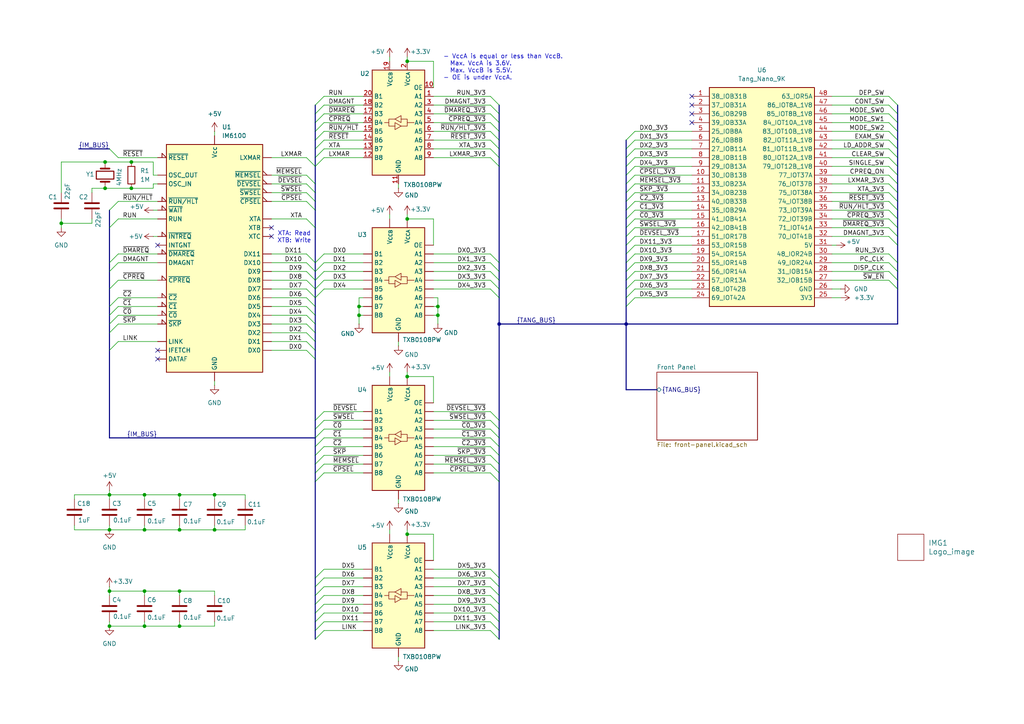
<source format=kicad_sch>
(kicad_sch (version 20250114) (generator "eeschema") (generator_version "9.0")
  (paper "A4")
  (title_block (title "PDP-8_IM6100") (date "2025-09-14") (rev "1.0") (company "@nosuz"))
  (bus_alias "IM_BUS" (members "~{C0}" "~{C1}" "~{C2}" "~{CPREQ}" "~{CPSEL}" "~{DEVSEL}" "~{DMAREQ}" "~{INTREQ}" "~{MEMSEL}" "~{RESET}" "~{RUN/HLT}" "~{SKP}" "~{SWSEL}" "~{WAIT}" "DATAF" "DMAGNT" "DX0" "DX1" "DX10" "DX11" "DX2" "DX3" "DX4" "DX5" "DX6" "DX7" "DX8" "DX9" "IFETCH" "INTGNT" "LINK" "LXMAR" "OSC_IN" "OSC_OUT" "RUN" "XTA" "XTB" "XTC"))
  (bus_alias "TANG_BUS" (members "~{C0_3V3}" "~{C1_3V3}" "~{C2_3V3}" "~{CPREQ_3V3}" "~{CPSEL_3V3}" "~{DEVSEL_3V3}" "~{DMAREQ_3V3}" "~{INTREQ_3V3}" "~{MEMSEL_3V3}" "~{RESET_3V3}" "~{RUN/HLT_3V3}" "~{SKP_3V3}" "~{SWSEL_3V3}" "~{WAIT_3V3}" "DATAF_3V3" "DMAGNT_3V3" "DX0_3V3" "DX1_3V3" "DX10_3V3" "DX11_3V3" "DX2_3V3" "DX3_3V3" "DX4_3V3" "DX5_3V3" "DX6_3V3" "DX7_3V3" "DX8_3V3" "DX9_3V3" "IFETCH_3V3" "INTGNT_3V3" "LINK_3V3" "LXMAR_3V3" "OSC_IN_3V3" "OSC_OUT_3V3" "RUN_3V3" "XTA_3V3" "XTB_3V3" "XTC_3V3" "PC_CLK" "DISP_CLK" "~{SW_EN}" "CLEAR_SW" "LD_ADDR_SW" "CONT_SW" "EXAM_SW" "DEP_SW" "SINGLE_SW" "MODE_SW0" "MODE_SW1" "MODE_SW2" "CPREQ_ON"))
  (text "XTA: Read\nXTB: Write" (at 85.344 68.834 0) (effects (font (size 1.27 1.27))))
  (text "- VccA is equal or less than VccB.\n  Max. VccA is 3.6V.\n  Max. VccB is 5.5V.\n- OE is under VccA." (at 128.524 19.558 0) (effects (font (size 1.27 1.27)) (justify left)))
  (junction (at 52.07 181.61))
  (junction (at 41.91 153.67))
  (junction (at 104.14 91.44))
  (junction (at 118.11 154.94))
  (junction (at 62.23 143.51))
  (junction (at 127 91.44))
  (junction (at 31.75 143.51))
  (junction (at 118.11 17.78))
  (junction (at 30.48 46.99))
  (junction (at 52.07 171.45))
  (junction (at 17.78 64.77))
  (junction (at 41.91 181.61))
  (junction (at 41.91 171.45))
  (junction (at 62.23 153.67))
  (junction (at 30.48 54.61))
  (junction (at 41.91 143.51))
  (junction (at 52.07 143.51))
  (junction (at 104.14 88.9))
  (junction (at 31.75 171.45))
  (junction (at 52.07 153.67))
  (junction (at 118.11 109.22))
  (junction (at 144.78 93.98))
  (junction (at 181.61 93.98))
  (junction (at 31.75 181.61))
  (junction (at 38.1 54.61))
  (junction (at 127 88.9))
  (junction (at 31.75 153.67))
  (junction (at 38.1 46.99))
  (junction (at 118.11 63.5))
  (no_connect (at 45.72 104.14))
  (no_connect (at 200.66 27.94))
  (no_connect (at 45.72 71.12))
  (no_connect (at 200.66 33.02))
  (no_connect (at 78.74 66.04))
  (no_connect (at 200.66 35.56))
  (no_connect (at 45.72 101.6))
  (no_connect (at 200.66 30.48))
  (no_connect (at 78.74 68.58))
  (bus_entry (at 91.44 55.88) (size -2.54 -2.54))
  (bus_entry (at 144.78 121.92) (size -2.54 -2.54))
  (bus_entry (at 91.44 83.82) (size 2.54 -2.54))
  (bus_entry (at 31.75 66.04) (size 2.54 -2.54))
  (bus_entry (at 144.78 43.18) (size -2.54 -2.54))
  (bus_entry (at 91.44 81.28) (size 2.54 -2.54))
  (bus_entry (at 181.61 71.12) (size 2.54 -2.54))
  (bus_entry (at 91.44 88.9) (size -2.54 -2.54))
  (bus_entry (at 144.78 177.8) (size -2.54 -2.54))
  (bus_entry (at 181.61 76.2) (size 2.54 -2.54))
  (bus_entry (at 31.75 83.82) (size 2.54 -2.54))
  (bus_entry (at 91.44 53.34) (size -2.54 -2.54))
  (bus_entry (at 144.78 33.02) (size -2.54 -2.54))
  (bus_entry (at 260.35 83.82) (size -2.54 -2.54))
  (bus_entry (at 91.44 58.42) (size -2.54 -2.54))
  (bus_entry (at 181.61 73.66) (size 2.54 -2.54))
  (bus_entry (at 31.75 43.18) (size 2.54 2.54))
  (bus_entry (at 91.44 185.42) (size 2.54 -2.54))
  (bus_entry (at 260.35 68.58) (size -2.54 -2.54))
  (bus_entry (at 181.61 66.04) (size 2.54 -2.54))
  (bus_entry (at 144.78 172.72) (size -2.54 -2.54))
  (bus_entry (at 91.44 76.2) (size -2.54 -2.54))
  (bus_entry (at 181.61 53.34) (size 2.54 -2.54))
  (bus_entry (at 181.61 45.72) (size 2.54 -2.54))
  (bus_entry (at 260.35 48.26) (size -2.54 -2.54))
  (bus_entry (at 91.44 175.26) (size 2.54 -2.54))
  (bus_entry (at 181.61 60.96) (size 2.54 -2.54))
  (bus_entry (at 144.78 129.54) (size -2.54 -2.54))
  (bus_entry (at 91.44 40.64) (size 2.54 -2.54))
  (bus_entry (at 91.44 101.6) (size -2.54 -2.54))
  (bus_entry (at 91.44 38.1) (size 2.54 -2.54))
  (bus_entry (at 144.78 139.7) (size -2.54 -2.54))
  (bus_entry (at 144.78 86.36) (size -2.54 -2.54))
  (bus_entry (at 31.75 101.6) (size 2.54 -2.54))
  (bus_entry (at 144.78 167.64) (size -2.54 -2.54))
  (bus_entry (at 181.61 78.74) (size 2.54 -2.54))
  (bus_entry (at 144.78 170.18) (size -2.54 -2.54))
  (bus_entry (at 260.35 33.02) (size -2.54 -2.54))
  (bus_entry (at 144.78 81.28) (size -2.54 -2.54))
  (bus_entry (at 31.75 96.52) (size 2.54 -2.54))
  (bus_entry (at 260.35 71.12) (size -2.54 -2.54))
  (bus_entry (at 260.35 63.5) (size -2.54 -2.54))
  (bus_entry (at 91.44 86.36) (size 2.54 -2.54))
  (bus_entry (at 181.61 81.28) (size 2.54 -2.54))
  (bus_entry (at 144.78 175.26) (size -2.54 -2.54))
  (bus_entry (at 91.44 33.02) (size 2.54 -2.54))
  (bus_entry (at 144.78 48.26) (size -2.54 -2.54))
  (bus_entry (at 181.61 43.18) (size 2.54 -2.54))
  (bus_entry (at 181.61 88.9) (size 2.54 -2.54))
  (bus_entry (at 91.44 132.08) (size 2.54 -2.54))
  (bus_entry (at 91.44 48.26) (size 2.54 -2.54))
  (bus_entry (at 91.44 137.16) (size 2.54 -2.54))
  (bus_entry (at 91.44 45.72) (size 2.54 -2.54))
  (bus_entry (at 260.35 43.18) (size -2.54 -2.54))
  (bus_entry (at 144.78 83.82) (size -2.54 -2.54))
  (bus_entry (at 91.44 76.2) (size 2.54 -2.54))
  (bus_entry (at 31.75 76.2) (size 2.54 -2.54))
  (bus_entry (at 91.44 91.44) (size -2.54 -2.54))
  (bus_entry (at 91.44 93.98) (size -2.54 -2.54))
  (bus_entry (at 144.78 40.64) (size -2.54 -2.54))
  (bus_entry (at 144.78 182.88) (size -2.54 -2.54))
  (bus_entry (at 181.61 83.82) (size 2.54 -2.54))
  (bus_entry (at 144.78 180.34) (size -2.54 -2.54))
  (bus_entry (at 91.44 78.74) (size -2.54 -2.54))
  (bus_entry (at 91.44 129.54) (size 2.54 -2.54))
  (bus_entry (at 144.78 30.48) (size -2.54 -2.54))
  (bus_entry (at 144.78 127) (size -2.54 -2.54))
  (bus_entry (at 31.75 78.74) (size 2.54 -2.54))
  (bus_entry (at 144.78 38.1) (size -2.54 -2.54))
  (bus_entry (at 91.44 170.18) (size 2.54 -2.54))
  (bus_entry (at 181.61 50.8) (size 2.54 -2.54))
  (bus_entry (at 181.61 68.58) (size 2.54 -2.54))
  (bus_entry (at 144.78 137.16) (size -2.54 -2.54))
  (bus_entry (at 91.44 96.52) (size -2.54 -2.54))
  (bus_entry (at 260.35 30.48) (size -2.54 -2.54))
  (bus_entry (at 144.78 35.56) (size -2.54 -2.54))
  (bus_entry (at 91.44 78.74) (size 2.54 -2.54))
  (bus_entry (at 91.44 43.18) (size 2.54 -2.54))
  (bus_entry (at 260.35 35.56) (size -2.54 -2.54))
  (bus_entry (at 144.78 134.62) (size -2.54 -2.54))
  (bus_entry (at 31.75 93.98) (size 2.54 -2.54))
  (bus_entry (at 260.35 50.8) (size -2.54 -2.54))
  (bus_entry (at 91.44 86.36) (size -2.54 -2.54))
  (bus_entry (at 91.44 83.82) (size -2.54 -2.54))
  (bus_entry (at 31.75 60.96) (size 2.54 -2.54))
  (bus_entry (at 260.35 81.28) (size -2.54 -2.54))
  (bus_entry (at 91.44 81.28) (size -2.54 -2.54))
  (bus_entry (at 181.61 40.64) (size 2.54 -2.54))
  (bus_entry (at 91.44 99.06) (size -2.54 -2.54))
  (bus_entry (at 91.44 172.72) (size 2.54 -2.54))
  (bus_entry (at 31.75 88.9) (size 2.54 -2.54))
  (bus_entry (at 91.44 48.26) (size -2.54 -2.54))
  (bus_entry (at 260.35 76.2) (size -2.54 -2.54))
  (bus_entry (at 260.35 58.42) (size -2.54 -2.54))
  (bus_entry (at 91.44 167.64) (size 2.54 -2.54))
  (bus_entry (at 91.44 124.46) (size 2.54 -2.54))
  (bus_entry (at 91.44 121.92) (size 2.54 -2.54))
  (bus_entry (at 144.78 78.74) (size -2.54 -2.54))
  (bus_entry (at 181.61 63.5) (size 2.54 -2.54))
  (bus_entry (at 144.78 132.08) (size -2.54 -2.54))
  (bus_entry (at 91.44 177.8) (size 2.54 -2.54))
  (bus_entry (at 260.35 78.74) (size -2.54 -2.54))
  (bus_entry (at 91.44 104.14) (size -2.54 -2.54))
  (bus_entry (at 260.35 38.1) (size -2.54 -2.54))
  (bus_entry (at 144.78 45.72) (size -2.54 -2.54))
  (bus_entry (at 181.61 55.88) (size 2.54 -2.54))
  (bus_entry (at 144.78 185.42) (size -2.54 -2.54))
  (bus_entry (at 31.75 91.44) (size 2.54 -2.54))
  (bus_entry (at 181.61 86.36) (size 2.54 -2.54))
  (bus_entry (at 91.44 139.7) (size 2.54 -2.54))
  (bus_entry (at 91.44 60.96) (size -2.54 -2.54))
  (bus_entry (at 91.44 182.88) (size 2.54 -2.54))
  (bus_entry (at 144.78 124.46) (size -2.54 -2.54))
  (bus_entry (at 91.44 134.62) (size 2.54 -2.54))
  (bus_entry (at 260.35 60.96) (size -2.54 -2.54))
  (bus_entry (at 91.44 30.48) (size 2.54 -2.54))
  (bus_entry (at 91.44 35.56) (size 2.54 -2.54))
  (bus_entry (at 91.44 66.04) (size -2.54 -2.54))
  (bus_entry (at 181.61 48.26) (size 2.54 -2.54))
  (bus_entry (at 91.44 127) (size 2.54 -2.54))
  (bus_entry (at 260.35 55.88) (size -2.54 -2.54))
  (bus_entry (at 144.78 76.2) (size -2.54 -2.54))
  (bus_entry (at 260.35 66.04) (size -2.54 -2.54))
  (bus_entry (at 260.35 53.34) (size -2.54 -2.54))
  (bus_entry (at 91.44 180.34) (size 2.54 -2.54))
  (bus_entry (at 181.61 58.42) (size 2.54 -2.54))
  (bus_entry (at 260.35 45.72) (size -2.54 -2.54))
  (bus_entry (at 260.35 40.64) (size -2.54 -2.54))
  (bus (pts (xy 31.75 60.96) (xy 31.75 66.04)))
  (bus (pts (xy 91.44 81.28) (xy 91.44 83.82)))
  (wire (pts (xy 34.29 63.5) (xy 45.72 63.5)))
  (bus (pts (xy 144.78 78.74) (xy 144.78 81.28)))
  (wire (pts (xy 241.3 83.82) (xy 243.84 83.82)))
  (wire (pts (xy 62.23 180.34) (xy 62.23 181.61)))
  (wire (pts (xy 78.74 91.44) (xy 88.9 91.44)))
  (bus (pts (xy 91.44 66.04) (xy 91.44 76.2)))
  (wire (pts (xy 241.3 43.18) (xy 257.81 43.18)))
  (wire (pts (xy 78.74 63.5) (xy 88.9 63.5)))
  (wire (pts (xy 93.98 73.66) (xy 105.41 73.66)))
  (wire (pts (xy 44.45 68.58) (xy 45.72 68.58)))
  (bus (pts (xy 181.61 60.96) (xy 181.61 63.5)))
  (bus (pts (xy 144.78 134.62) (xy 144.78 137.16)))
  (bus (pts (xy 144.78 76.2) (xy 144.78 78.74)))
  (wire (pts (xy 125.73 25.4) (xy 125.73 17.78)))
  (wire (pts (xy 118.11 107.95) (xy 118.11 109.22)))
  (bus (pts (xy 91.44 83.82) (xy 91.44 86.36)))
  (wire (pts (xy 241.3 38.1) (xy 257.81 38.1)))
  (wire (pts (xy 78.74 99.06) (xy 88.9 99.06)))
  (wire (pts (xy 93.98 182.88) (xy 105.41 182.88)))
  (bus (pts (xy 91.44 177.8) (xy 91.44 180.34)))
  (wire (pts (xy 31.75 143.51) (xy 41.91 143.51)))
  (wire (pts (xy 200.66 43.18) (xy 184.15 43.18)))
  (bus (pts (xy 260.35 45.72) (xy 260.35 48.26)))
  (wire (pts (xy 41.91 171.45) (xy 52.07 171.45)))
  (wire (pts (xy 31.75 170.18) (xy 31.75 171.45)))
  (wire (pts (xy 104.14 88.9) (xy 105.41 88.9)))
  (wire (pts (xy 127 91.44) (xy 127 93.98)))
  (wire (pts (xy 125.73 71.12) (xy 125.73 63.5)))
  (bus (pts (xy 260.35 55.88) (xy 260.35 58.42)))
  (wire (pts (xy 241.3 60.96) (xy 257.81 60.96)))
  (wire (pts (xy 241.3 48.26) (xy 257.81 48.26)))
  (wire (pts (xy 78.74 101.6) (xy 88.9 101.6)))
  (bus (pts (xy 91.44 96.52) (xy 91.44 99.06)))
  (bus (pts (xy 144.78 33.02) (xy 144.78 35.56)))
  (wire (pts (xy 93.98 121.92) (xy 105.41 121.92)))
  (wire (pts (xy 78.74 58.42) (xy 88.9 58.42)))
  (wire (pts (xy 118.11 16.51) (xy 118.11 17.78)))
  (wire (pts (xy 241.3 45.72) (xy 257.81 45.72)))
  (wire (pts (xy 26.67 54.61) (xy 30.48 54.61)))
  (wire (pts (xy 104.14 91.44) (xy 105.41 91.44)))
  (wire (pts (xy 125.73 162.56) (xy 125.73 154.94)))
  (wire (pts (xy 200.66 78.74) (xy 184.15 78.74)))
  (wire (pts (xy 125.73 134.62) (xy 142.24 134.62)))
  (wire (pts (xy 52.07 152.4) (xy 52.07 153.67)))
  (bus (pts (xy 260.35 63.5) (xy 260.35 66.04)))
  (wire (pts (xy 125.73 86.36) (xy 127 86.36)))
  (bus (pts (xy 31.75 93.98) (xy 31.75 96.52)))
  (wire (pts (xy 241.3 63.5) (xy 257.81 63.5)))
  (bus (pts (xy 260.35 43.18) (xy 260.35 45.72)))
  (wire (pts (xy 44.45 53.34) (xy 44.45 54.61)))
  (wire (pts (xy 125.73 109.22) (xy 118.11 109.22)))
  (wire (pts (xy 200.66 50.8) (xy 184.15 50.8)))
  (bus (pts (xy 91.44 104.14) (xy 91.44 121.92)))
  (bus (pts (xy 91.44 180.34) (xy 91.44 182.88)))
  (wire (pts (xy 31.75 143.51) (xy 31.75 144.78)))
  (bus (pts (xy 91.44 35.56) (xy 91.44 38.1)))
  (bus (pts (xy 144.78 86.36) (xy 144.78 93.98)))
  (bus (pts (xy 22.86 43.18) (xy 31.75 43.18)))
  (bus (pts (xy 181.61 86.36) (xy 181.61 88.9)))
  (wire (pts (xy 241.3 50.8) (xy 257.81 50.8)))
  (bus (pts (xy 91.44 101.6) (xy 91.44 104.14)))
  (bus (pts (xy 91.44 99.06) (xy 91.44 101.6)))
  (wire (pts (xy 200.66 76.2) (xy 184.15 76.2)))
  (bus (pts (xy 181.61 55.88) (xy 181.61 58.42)))
  (wire (pts (xy 125.73 165.1) (xy 142.24 165.1)))
  (bus (pts (xy 91.44 53.34) (xy 91.44 55.88)))
  (bus (pts (xy 144.78 93.98) (xy 181.61 93.98)))
  (bus (pts (xy 144.78 132.08) (xy 144.78 134.62)))
  (wire (pts (xy 93.98 27.94) (xy 105.41 27.94)))
  (wire (pts (xy 200.66 60.96) (xy 184.15 60.96)))
  (bus (pts (xy 31.75 91.44) (xy 31.75 93.98)))
  (wire (pts (xy 200.66 66.04) (xy 184.15 66.04)))
  (wire (pts (xy 78.74 83.82) (xy 88.9 83.82)))
  (wire (pts (xy 93.98 76.2) (xy 105.41 76.2)))
  (bus (pts (xy 91.44 129.54) (xy 91.44 132.08)))
  (wire (pts (xy 125.73 33.02) (xy 142.24 33.02)))
  (wire (pts (xy 44.45 60.96) (xy 45.72 60.96)))
  (wire (pts (xy 78.74 86.36) (xy 88.9 86.36)))
  (bus (pts (xy 144.78 137.16) (xy 144.78 139.7)))
  (bus (pts (xy 181.61 66.04) (xy 181.61 68.58)))
  (bus (pts (xy 181.61 50.8) (xy 181.61 53.34)))
  (wire (pts (xy 200.66 71.12) (xy 184.15 71.12)))
  (wire (pts (xy 125.73 78.74) (xy 142.24 78.74)))
  (wire (pts (xy 62.23 153.67) (xy 71.12 153.67)))
  (wire (pts (xy 31.75 180.34) (xy 31.75 181.61)))
  (wire (pts (xy 115.57 99.06) (xy 115.57 100.33)))
  (bus (pts (xy 260.35 53.34) (xy 260.35 55.88)))
  (wire (pts (xy 241.3 33.02) (xy 257.81 33.02)))
  (wire (pts (xy 125.73 172.72) (xy 142.24 172.72)))
  (bus (pts (xy 181.61 73.66) (xy 181.61 76.2)))
  (wire (pts (xy 125.73 180.34) (xy 142.24 180.34)))
  (wire (pts (xy 41.91 152.4) (xy 41.91 153.67)))
  (wire (pts (xy 41.91 143.51) (xy 52.07 143.51)))
  (wire (pts (xy 34.29 73.66) (xy 45.72 73.66)))
  (bus (pts (xy 91.44 127) (xy 91.44 129.54)))
  (wire (pts (xy 113.03 16.51) (xy 113.03 17.78)))
  (wire (pts (xy 241.3 73.66) (xy 257.81 73.66)))
  (wire (pts (xy 241.3 55.88) (xy 257.81 55.88)))
  (wire (pts (xy 45.72 53.34) (xy 44.45 53.34)))
  (bus (pts (xy 181.61 78.74) (xy 181.61 81.28)))
  (wire (pts (xy 93.98 177.8) (xy 105.41 177.8)))
  (bus (pts (xy 260.35 66.04) (xy 260.35 68.58)))
  (wire (pts (xy 38.1 54.61) (xy 44.45 54.61)))
  (bus (pts (xy 260.35 68.58) (xy 260.35 71.12)))
  (wire (pts (xy 21.59 143.51) (xy 31.75 143.51)))
  (wire (pts (xy 200.66 68.58) (xy 184.15 68.58)))
  (wire (pts (xy 93.98 127) (xy 105.41 127)))
  (wire (pts (xy 125.73 43.18) (xy 142.24 43.18)))
  (bus (pts (xy 181.61 43.18) (xy 181.61 45.72)))
  (bus (pts (xy 31.75 96.52) (xy 31.75 101.6)))
  (bus (pts (xy 144.78 43.18) (xy 144.78 45.72)))
  (bus (pts (xy 181.61 68.58) (xy 181.61 71.12)))
  (bus (pts (xy 181.61 45.72) (xy 181.61 48.26)))
  (wire (pts (xy 78.74 78.74) (xy 88.9 78.74)))
  (bus (pts (xy 91.44 40.64) (xy 91.44 43.18)))
  (wire (pts (xy 125.73 137.16) (xy 142.24 137.16)))
  (wire (pts (xy 45.72 50.8) (xy 44.45 50.8)))
  (bus (pts (xy 91.44 93.98) (xy 91.44 96.52)))
  (bus (pts (xy 91.44 78.74) (xy 91.44 81.28)))
  (wire (pts (xy 125.73 17.78) (xy 118.11 17.78)))
  (wire (pts (xy 26.67 54.61) (xy 26.67 55.88)))
  (wire (pts (xy 93.98 180.34) (xy 105.41 180.34)))
  (bus (pts (xy 260.35 83.82) (xy 260.35 81.28)))
  (bus (pts (xy 144.78 182.88) (xy 144.78 185.42)))
  (wire (pts (xy 125.73 40.64) (xy 142.24 40.64)))
  (wire (pts (xy 127 86.36) (xy 127 88.9)))
  (wire (pts (xy 125.73 175.26) (xy 142.24 175.26)))
  (wire (pts (xy 34.29 86.36) (xy 45.72 86.36)))
  (wire (pts (xy 41.91 180.34) (xy 41.91 181.61)))
  (bus (pts (xy 260.35 81.28) (xy 260.35 78.74)))
  (bus (pts (xy 144.78 180.34) (xy 144.78 182.88)))
  (wire (pts (xy 31.75 171.45) (xy 31.75 172.72)))
  (wire (pts (xy 34.29 76.2) (xy 45.72 76.2)))
  (wire (pts (xy 125.73 38.1) (xy 142.24 38.1)))
  (wire (pts (xy 93.98 172.72) (xy 105.41 172.72)))
  (bus (pts (xy 144.78 35.56) (xy 144.78 38.1)))
  (wire (pts (xy 34.29 91.44) (xy 45.72 91.44)))
  (wire (pts (xy 78.74 96.52) (xy 88.9 96.52)))
  (wire (pts (xy 30.48 54.61) (xy 38.1 54.61)))
  (wire (pts (xy 52.07 143.51) (xy 52.07 144.78)))
  (wire (pts (xy 125.73 167.64) (xy 142.24 167.64)))
  (wire (pts (xy 52.07 180.34) (xy 52.07 181.61)))
  (bus (pts (xy 144.78 127) (xy 144.78 129.54)))
  (wire (pts (xy 78.74 76.2) (xy 88.9 76.2)))
  (wire (pts (xy 200.66 83.82) (xy 184.15 83.82)))
  (wire (pts (xy 125.73 45.72) (xy 142.24 45.72)))
  (bus (pts (xy 91.44 60.96) (xy 91.44 66.04)))
  (wire (pts (xy 125.73 27.94) (xy 142.24 27.94)))
  (bus (pts (xy 144.78 139.7) (xy 144.78 167.64)))
  (wire (pts (xy 241.3 68.58) (xy 257.81 68.58)))
  (bus (pts (xy 144.78 129.54) (xy 144.78 132.08)))
  (wire (pts (xy 52.07 153.67) (xy 62.23 153.67)))
  (wire (pts (xy 17.78 63.5) (xy 17.78 64.77)))
  (wire (pts (xy 52.07 181.61) (xy 62.23 181.61)))
  (wire (pts (xy 93.98 167.64) (xy 105.41 167.64)))
  (wire (pts (xy 125.73 63.5) (xy 118.11 63.5)))
  (wire (pts (xy 104.14 86.36) (xy 104.14 88.9)))
  (wire (pts (xy 115.57 53.34) (xy 115.57 54.61)))
  (wire (pts (xy 78.74 45.72) (xy 88.9 45.72)))
  (bus (pts (xy 260.35 35.56) (xy 260.35 38.1)))
  (bus (pts (xy 91.44 121.92) (xy 91.44 124.46)))
  (wire (pts (xy 241.3 35.56) (xy 257.81 35.56)))
  (wire (pts (xy 71.12 144.78) (xy 71.12 143.51)))
  (bus (pts (xy 91.44 91.44) (xy 91.44 93.98)))
  (bus (pts (xy 260.35 40.64) (xy 260.35 43.18)))
  (wire (pts (xy 127 88.9) (xy 127 91.44)))
  (wire (pts (xy 200.66 53.34) (xy 184.15 53.34)))
  (wire (pts (xy 26.67 63.5) (xy 26.67 64.77)))
  (wire (pts (xy 200.66 38.1) (xy 184.15 38.1)))
  (bus (pts (xy 181.61 83.82) (xy 181.61 86.36)))
  (wire (pts (xy 241.3 86.36) (xy 243.84 86.36)))
  (bus (pts (xy 91.44 38.1) (xy 91.44 40.64)))
  (bus (pts (xy 91.44 124.46) (xy 91.44 127)))
  (bus (pts (xy 181.61 63.5) (xy 181.61 66.04)))
  (bus (pts (xy 91.44 182.88) (xy 91.44 185.42)))
  (wire (pts (xy 41.91 153.67) (xy 52.07 153.67)))
  (wire (pts (xy 93.98 124.46) (xy 105.41 124.46)))
  (bus (pts (xy 181.61 48.26) (xy 181.61 50.8)))
  (bus (pts (xy 260.35 48.26) (xy 260.35 50.8)))
  (wire (pts (xy 78.74 55.88) (xy 88.9 55.88)))
  (wire (pts (xy 62.23 38.1) (xy 62.23 39.37)))
  (wire (pts (xy 200.66 63.5) (xy 184.15 63.5)))
  (wire (pts (xy 62.23 172.72) (xy 62.23 171.45)))
  (wire (pts (xy 93.98 43.18) (xy 105.41 43.18)))
  (bus (pts (xy 91.44 30.48) (xy 91.44 33.02)))
  (wire (pts (xy 200.66 73.66) (xy 184.15 73.66)))
  (wire (pts (xy 93.98 165.1) (xy 105.41 165.1)))
  (wire (pts (xy 200.66 58.42) (xy 184.15 58.42)))
  (bus (pts (xy 144.78 81.28) (xy 144.78 83.82)))
  (wire (pts (xy 93.98 134.62) (xy 105.41 134.62)))
  (bus (pts (xy 181.61 88.9) (xy 181.61 93.98)))
  (wire (pts (xy 34.29 45.72) (xy 45.72 45.72)))
  (wire (pts (xy 200.66 40.64) (xy 184.15 40.64)))
  (bus (pts (xy 91.44 132.08) (xy 91.44 134.62)))
  (wire (pts (xy 93.98 132.08) (xy 105.41 132.08)))
  (wire (pts (xy 200.66 86.36) (xy 184.15 86.36)))
  (bus (pts (xy 260.35 71.12) (xy 260.35 76.2)))
  (bus (pts (xy 91.44 134.62) (xy 91.44 137.16)))
  (wire (pts (xy 17.78 64.77) (xy 17.78 66.04)))
  (wire (pts (xy 125.73 154.94) (xy 118.11 154.94)))
  (bus (pts (xy 181.61 40.64) (xy 181.61 43.18)))
  (bus (pts (xy 31.75 76.2) (xy 31.75 78.74)))
  (bus (pts (xy 91.44 43.18) (xy 91.44 45.72)))
  (wire (pts (xy 241.3 76.2) (xy 257.81 76.2)))
  (wire (pts (xy 125.73 170.18) (xy 142.24 170.18)))
  (bus (pts (xy 91.44 167.64) (xy 91.44 170.18)))
  (wire (pts (xy 125.73 116.84) (xy 125.73 109.22)))
  (wire (pts (xy 118.11 62.23) (xy 118.11 63.5)))
  (bus (pts (xy 31.75 78.74) (xy 31.75 83.82)))
  (bus (pts (xy 144.78 175.26) (xy 144.78 177.8)))
  (bus (pts (xy 181.61 93.98) (xy 260.35 93.98)))
  (wire (pts (xy 105.41 86.36) (xy 104.14 86.36)))
  (bus (pts (xy 144.78 177.8) (xy 144.78 180.34)))
  (wire (pts (xy 125.73 76.2) (xy 142.24 76.2)))
  (wire (pts (xy 125.73 30.48) (xy 142.24 30.48)))
  (bus (pts (xy 260.35 33.02) (xy 260.35 35.56)))
  (wire (pts (xy 125.73 81.28) (xy 142.24 81.28)))
  (wire (pts (xy 125.73 124.46) (xy 142.24 124.46)))
  (wire (pts (xy 34.29 93.98) (xy 45.72 93.98)))
  (wire (pts (xy 93.98 119.38) (xy 105.41 119.38)))
  (bus (pts (xy 181.61 58.42) (xy 181.61 60.96)))
  (wire (pts (xy 31.75 142.24) (xy 31.75 143.51)))
  (wire (pts (xy 21.59 153.67) (xy 31.75 153.67)))
  (bus (pts (xy 144.78 172.72) (xy 144.78 175.26)))
  (bus (pts (xy 260.35 78.74) (xy 260.35 76.2)))
  (wire (pts (xy 52.07 171.45) (xy 62.23 171.45)))
  (wire (pts (xy 93.98 35.56) (xy 105.41 35.56)))
  (bus (pts (xy 31.75 83.82) (xy 31.75 88.9)))
  (bus (pts (xy 260.35 93.98) (xy 260.35 83.82)))
  (wire (pts (xy 118.11 153.67) (xy 118.11 154.94)))
  (wire (pts (xy 241.3 27.94) (xy 257.81 27.94)))
  (wire (pts (xy 93.98 45.72) (xy 105.41 45.72)))
  (wire (pts (xy 125.73 182.88) (xy 142.24 182.88)))
  (wire (pts (xy 71.12 152.4) (xy 71.12 153.67)))
  (wire (pts (xy 241.3 40.64) (xy 257.81 40.64)))
  (wire (pts (xy 38.1 46.99) (xy 44.45 46.99)))
  (wire (pts (xy 93.98 40.64) (xy 105.41 40.64)))
  (wire (pts (xy 93.98 38.1) (xy 105.41 38.1)))
  (wire (pts (xy 93.98 78.74) (xy 105.41 78.74)))
  (bus (pts (xy 91.44 55.88) (xy 91.44 58.42)))
  (bus (pts (xy 181.61 76.2) (xy 181.61 78.74)))
  (bus (pts (xy 91.44 86.36) (xy 91.44 88.9)))
  (wire (pts (xy 125.73 73.66) (xy 142.24 73.66)))
  (wire (pts (xy 125.73 132.08) (xy 142.24 132.08)))
  (wire (pts (xy 125.73 83.82) (xy 142.24 83.82)))
  (wire (pts (xy 93.98 137.16) (xy 105.41 137.16)))
  (wire (pts (xy 125.73 35.56) (xy 142.24 35.56)))
  (wire (pts (xy 44.45 46.99) (xy 44.45 50.8)))
  (wire (pts (xy 52.07 143.51) (xy 62.23 143.51)))
  (wire (pts (xy 34.29 81.28) (xy 45.72 81.28)))
  (wire (pts (xy 62.23 143.51) (xy 71.12 143.51)))
  (bus (pts (xy 260.35 60.96) (xy 260.35 63.5)))
  (wire (pts (xy 125.73 91.44) (xy 127 91.44)))
  (wire (pts (xy 125.73 129.54) (xy 142.24 129.54)))
  (wire (pts (xy 125.73 88.9) (xy 127 88.9)))
  (wire (pts (xy 31.75 171.45) (xy 41.91 171.45)))
  (wire (pts (xy 125.73 177.8) (xy 142.24 177.8)))
  (bus (pts (xy 144.78 170.18) (xy 144.78 172.72)))
  (wire (pts (xy 31.75 181.61) (xy 41.91 181.61)))
  (bus (pts (xy 91.44 170.18) (xy 91.44 172.72)))
  (wire (pts (xy 41.91 171.45) (xy 41.91 172.72)))
  (bus (pts (xy 144.78 93.98) (xy 144.78 121.92)))
  (bus (pts (xy 144.78 121.92) (xy 144.78 124.46)))
  (bus (pts (xy 31.75 101.6) (xy 31.75 127)))
  (wire (pts (xy 31.75 153.67) (xy 41.91 153.67)))
  (bus (pts (xy 144.78 124.46) (xy 144.78 127)))
  (bus (pts (xy 91.44 137.16) (xy 91.44 139.7)))
  (wire (pts (xy 34.29 99.06) (xy 45.72 99.06)))
  (bus (pts (xy 144.78 40.64) (xy 144.78 43.18)))
  (wire (pts (xy 200.66 81.28) (xy 184.15 81.28)))
  (wire (pts (xy 78.74 50.8) (xy 88.9 50.8)))
  (wire (pts (xy 52.07 171.45) (xy 52.07 172.72)))
  (wire (pts (xy 62.23 110.49) (xy 62.23 111.76)))
  (wire (pts (xy 115.57 190.5) (xy 115.57 191.77)))
  (bus (pts (xy 91.44 88.9) (xy 91.44 91.44)))
  (wire (pts (xy 104.14 91.44) (xy 104.14 93.98)))
  (wire (pts (xy 93.98 170.18) (xy 105.41 170.18)))
  (wire (pts (xy 93.98 83.82) (xy 105.41 83.82)))
  (wire (pts (xy 34.29 58.42) (xy 45.72 58.42)))
  (wire (pts (xy 241.3 71.12) (xy 242.57 71.12)))
  (wire (pts (xy 125.73 121.92) (xy 142.24 121.92)))
  (wire (pts (xy 93.98 175.26) (xy 105.41 175.26)))
  (wire (pts (xy 31.75 152.4) (xy 31.75 153.67)))
  (wire (pts (xy 17.78 46.99) (xy 17.78 55.88)))
  (bus (pts (xy 91.44 139.7) (xy 91.44 167.64)))
  (wire (pts (xy 200.66 55.88) (xy 184.15 55.88)))
  (bus (pts (xy 91.44 58.42) (xy 91.44 60.96)))
  (bus (pts (xy 190.5 113.03) (xy 181.61 113.03)))
  (bus (pts (xy 91.44 33.02) (xy 91.44 35.56)))
  (bus (pts (xy 260.35 50.8) (xy 260.35 53.34)))
  (wire (pts (xy 17.78 64.77) (xy 26.67 64.77)))
  (wire (pts (xy 78.74 53.34) (xy 88.9 53.34)))
  (bus (pts (xy 91.44 76.2) (xy 91.44 78.74)))
  (bus (pts (xy 91.44 175.26) (xy 91.44 177.8)))
  (wire (pts (xy 30.48 46.99) (xy 38.1 46.99)))
  (bus (pts (xy 260.35 58.42) (xy 260.35 60.96)))
  (wire (pts (xy 241.3 30.48) (xy 257.81 30.48)))
  (bus (pts (xy 144.78 48.26) (xy 144.78 76.2)))
  (bus (pts (xy 181.61 71.12) (xy 181.61 73.66)))
  (wire (pts (xy 241.3 81.28) (xy 257.81 81.28)))
  (wire (pts (xy 125.73 127) (xy 142.24 127)))
  (wire (pts (xy 34.29 88.9) (xy 45.72 88.9)))
  (wire (pts (xy 113.03 62.23) (xy 113.03 63.5)))
  (bus (pts (xy 91.44 48.26) (xy 91.44 53.34)))
  (wire (pts (xy 93.98 81.28) (xy 105.41 81.28)))
  (wire (pts (xy 41.91 181.61) (xy 52.07 181.61)))
  (wire (pts (xy 241.3 78.74) (xy 257.81 78.74)))
  (wire (pts (xy 104.14 88.9) (xy 104.14 91.44)))
  (bus (pts (xy 144.78 83.82) (xy 144.78 86.36)))
  (wire (pts (xy 93.98 30.48) (xy 105.41 30.48)))
  (wire (pts (xy 241.3 53.34) (xy 257.81 53.34)))
  (bus (pts (xy 181.61 113.03) (xy 181.61 93.98)))
  (bus (pts (xy 91.44 127) (xy 31.75 127)))
  (wire (pts (xy 62.23 144.78) (xy 62.23 143.51)))
  (bus (pts (xy 144.78 38.1) (xy 144.78 40.64)))
  (wire (pts (xy 200.66 45.72) (xy 184.15 45.72)))
  (bus (pts (xy 144.78 167.64) (xy 144.78 170.18)))
  (wire (pts (xy 241.3 58.42) (xy 257.81 58.42)))
  (wire (pts (xy 241.3 66.04) (xy 257.81 66.04)))
  (wire (pts (xy 125.73 119.38) (xy 142.24 119.38)))
  (wire (pts (xy 93.98 33.02) (xy 105.41 33.02)))
  (wire (pts (xy 78.74 93.98) (xy 88.9 93.98)))
  (wire (pts (xy 113.03 153.67) (xy 113.03 154.94)))
  (bus (pts (xy 144.78 45.72) (xy 144.78 48.26)))
  (bus (pts (xy 31.75 66.04) (xy 31.75 76.2)))
  (wire (pts (xy 115.57 144.78) (xy 115.57 146.05)))
  (bus (pts (xy 31.75 88.9) (xy 31.75 91.44)))
  (wire (pts (xy 200.66 48.26) (xy 184.15 48.26)))
  (wire (pts (xy 93.98 129.54) (xy 105.41 129.54)))
  (bus (pts (xy 144.78 30.48) (xy 144.78 33.02)))
  (wire (pts (xy 113.03 107.95) (xy 113.03 109.22)))
  (wire (pts (xy 78.74 73.66) (xy 88.9 73.66)))
  (bus (pts (xy 181.61 53.34) (xy 181.61 55.88)))
  (bus (pts (xy 91.44 45.72) (xy 91.44 48.26)))
  (bus (pts (xy 260.35 30.48) (xy 260.35 33.02)))
  (wire (pts (xy 17.78 46.99) (xy 30.48 46.99)))
  (wire (pts (xy 21.59 152.4) (xy 21.59 153.67)))
  (bus (pts (xy 181.61 81.28) (xy 181.61 83.82)))
  (bus (pts (xy 91.44 172.72) (xy 91.44 175.26)))
  (wire (pts (xy 78.74 88.9) (xy 88.9 88.9)))
  (wire (pts (xy 62.23 152.4) (xy 62.23 153.67)))
  (wire (pts (xy 21.59 144.78) (xy 21.59 143.51)))
  (wire (pts (xy 78.74 81.28) (xy 88.9 81.28)))
  (wire (pts (xy 41.91 143.51) (xy 41.91 144.78)))
  (bus (pts (xy 260.35 38.1) (xy 260.35 40.64)))
  (label "DX1_3V3" (at 140.97 76.2 180))
  (label "DX7" (at 99.06 170.18 0))
  (label "~{RESET_3V3}" (at 256.54 58.42 180))
  (label "DX3" (at 87.63 93.98 180))
  (label "DX3" (at 96.52 81.28 0))
  (label "DX8_3V3" (at 185.42 78.74 0))
  (label "~{SWSEL}" (at 87.63 55.88 180))
  (label "DX4_3V3" (at 185.42 48.26 0))
  (label "SINGLE_SW" (at 256.54 48.26 180))
  (label "DX5_3V3" (at 140.97 165.1 180))
  (label "DX4_3V3" (at 140.97 83.82 180))
  (label "DX0_3V3" (at 140.97 73.66 180))
  (label "DX10_3V3" (at 185.42 73.66 0))
  (label "DX0" (at 96.52 73.66 0))
  (label "~{CPSEL}" (at 87.63 58.42 180))
  (label "CONT_SW" (at 256.54 30.48 180))
  (label "~{RUN{slash}HLT}" (at 95.25 38.1 0))
  (label "RUN" (at 95.25 27.94 0))
  (label "DMAGNT" (at 35.56 76.2 0))
  (label "~{C2_3V3}" (at 185.42 58.42 0))
  (label "DX8" (at 87.63 81.28 180))
  (label "DX3_3V3" (at 185.42 45.72 0))
  (label "RUN_3V3" (at 256.54 73.66 180))
  (label "DX2" (at 87.63 96.52 180))
  (label "~{DMAREQ}" (at 35.56 73.66 0))
  (label "~{C0}" (at 96.52 124.46 0))
  (label "~{DMAREQ_3V3}" (at 140.97 33.02 180))
  (label "~{C2}" (at 35.56 86.36 0))
  (label "DEP_SW" (at 256.54 27.94 180))
  (label "DX4" (at 96.52 83.82 0))
  (label "~{SWSEL_3V3}" (at 140.97 121.92 180))
  (label "RUN" (at 35.56 63.5 0))
  (label "DX9_3V3" (at 185.42 76.2 0))
  (label "~{SWSEL}" (at 96.52 121.92 0))
  (label "~{DEVSEL_3V3}" (at 185.42 68.58 0))
  (label "DX2_3V3" (at 140.97 78.74 180))
  (label "~{CPREQ}" (at 95.25 35.56 0))
  (label "PC_CLK" (at 256.54 76.2 180))
  (label "DX2_3V3" (at 185.42 43.18 0))
  (label "~{C0_3V3}" (at 140.97 124.46 180))
  (label "~{MEMSEL}" (at 87.63 50.8 180))
  (label "MODE_SW2" (at 256.54 38.1 180))
  (label "~{SKP_3V3}" (at 185.42 55.88 0))
  (label "~{DMAREQ_3V3}" (at 256.54 66.04 180))
  (label "DX8_3V3" (at 140.97 172.72 180))
  (label "MODE_SW1" (at 256.54 35.56 180))
  (label "DMAGNT_3V3" (at 256.54 68.58 180))
  (label "~{CPSEL_3V3}" (at 140.97 137.16 180))
  (label "DX5_3V3" (at 185.42 86.36 0))
  (label "DX2" (at 96.52 78.74 0))
  (label "DMAGNT_3V3" (at 140.97 30.48 180))
  (label "~{DEVSEL_3V3}" (at 140.97 119.38 180))
  (label "~{MEMSEL}" (at 96.52 134.62 0))
  (label "DX8" (at 99.06 172.72 0))
  (label "DX3_3V3" (at 140.97 81.28 180))
  (label "DX10_3V3" (at 140.97 177.8 180))
  (label "DX9" (at 87.63 78.74 180))
  (label "DX7" (at 87.63 83.82 180))
  (label "XTA_3V3" (at 140.97 43.18 180))
  (label "~{CPSEL}" (at 96.52 137.16 0))
  (label "LINK" (at 99.06 182.88 0))
  (label "{IM_BUS}" (at 22.86 43.18 0))
  (label "DMAGNT" (at 95.25 30.48 0))
  (label "DX6_3V3" (at 185.42 83.82 0))
  (label "DX0" (at 87.63 101.6 180))
  (label "~{RESET}" (at 95.25 40.64 0))
  (label "DX10" (at 87.63 76.2 180))
  (label "~{MEMSEL_3V3}" (at 140.97 134.62 180))
  (label "~{RUN{slash}HLT_3V3}" (at 140.97 38.1 180))
  (label "DX9_3V3" (at 140.97 175.26 180))
  (label "MODE_SW0" (at 256.54 33.02 180))
  (label "~{CPSEL_3V3}" (at 185.42 50.8 0))
  (label "DX11" (at 99.06 180.34 0))
  (label "{TANG_BUS}" (at 149.86 93.98 0))
  (label "~{DEVSEL}" (at 87.63 53.34 180))
  (label "~{C2}" (at 96.52 129.54 0))
  (label "DX7_3V3" (at 140.97 170.18 180))
  (label "DX11_3V3" (at 140.97 180.34 180))
  (label "~{MEMSEL_3V3}" (at 185.42 53.34 0))
  (label "~{SKP}" (at 96.52 132.08 0))
  (label "~{SWSEL_3V3}" (at 185.42 66.04 0))
  (label "RUN_3V3" (at 140.97 27.94 180))
  (label "CLEAR_SW" (at 256.54 45.72 180))
  (label "XTA" (at 95.25 43.18 0))
  (label "~{CPREQ}" (at 35.56 81.28 0))
  (label "DX0_3V3" (at 185.42 38.1 0))
  (label "~{C1_3V3}" (at 140.97 127 180))
  (label "DX11_3V3" (at 185.42 71.12 0))
  (label "DX6" (at 99.06 167.64 0))
  (label "DX4" (at 87.63 91.44 180))
  (label "DX6" (at 87.63 86.36 180))
  (label "~{RUN{slash}HLT_3V3}" (at 256.54 60.96 180))
  (label "LXMAR_3V3" (at 140.97 45.72 180))
  (label "LXMAR" (at 95.25 45.72 0))
  (label "CPREQ_ON" (at 256.54 50.8 180))
  (label "DX6_3V3" (at 140.97 167.64 180))
  (label "DX1_3V3" (at 185.42 40.64 0))
  (label "~{RESET}" (at 35.56 45.72 0))
  (label "DX5" (at 99.06 165.1 0))
  (label "~{C0}" (at 35.56 91.44 0))
  (label "~{C2_3V3}" (at 140.97 129.54 180))
  (label "~{CPREQ_3V3}" (at 256.54 63.5 180))
  (label "~{C1}" (at 96.52 127 0))
  (label "LD_ADDR_SW" (at 256.54 43.18 180))
  (label "XTA_3V3" (at 256.54 55.88 180))
  (label "LINK_3V3" (at 140.97 182.88 180))
  (label "DX10" (at 99.06 177.8 0))
  (label "LXMAR_3V3" (at 256.54 53.34 180))
  (label "~{C0_3V3}" (at 185.42 63.5 0))
  (label "DX5" (at 87.63 88.9 180))
  (label "LXMAR" (at 87.63 45.72 180))
  (label "~{C1_3V3}" (at 185.42 60.96 0))
  (label "~{SKP_3V3}" (at 140.97 132.08 180))
  (label "DX9" (at 99.06 175.26 0))
  (label "DX11" (at 87.63 73.66 180))
  (label "DX7_3V3" (at 185.42 81.28 0))
  (label "~{C1}" (at 35.56 88.9 0))
  (label "DX1" (at 87.63 99.06 180))
  (label "~{CPREQ_3V3}" (at 140.97 35.56 180))
  (label "~{DEVSEL}" (at 96.52 119.38 0))
  (label "LINK" (at 35.56 99.06 0))
  (label "~{RESET_3V3}" (at 140.97 40.64 180))
  (label "~{RUN{slash}HLT}" (at 35.56 58.42 0))
  (label "DX1" (at 96.52 76.2 0))
  (label "~{SKP}" (at 35.56 93.98 0))
  (label "XTA" (at 87.63 63.5 180))
  (label "~{DMAREQ}" (at 95.25 33.02 0))
  (label "DISP_CLK" (at 256.54 78.74 180))
  (label "~{SW_EN}" (at 256.54 81.28 180))
  (label "EXAM_SW" (at 256.54 40.64 180))
  (label "{IM_BUS}" (at 36.83 127 0))
  (symbol (lib_id "power:+3.3V") (at 118.11 153.67 0) (unit 1)
    (property "Reference" "#PWR022" (effects (hide yes)))
    (property "Value" "+3.3V" (at 121.92 152.146 0))
    (property "Description" "Power symbol creates a global label with name \"+3.3V\"" (effects (hide yes)))
  )
  (symbol (lib_id "power:+5V") (at 31.75 142.24 0) (unit 1)
    (property "Reference" "#PWR02" (effects (hide yes)))
    (property "Value" "+5V" (at 31.75 137.922 0))
    (property "Description" "Power symbol creates a global label with name \"+5V\"" (effects (hide yes)))
  )
  (symbol (lib_id "power:GND") (at 17.78 66.04 0) (unit 1)
    (property "Reference" "#PWR01" (effects (hide yes)))
    (property "Value" "GND" (at 17.78 71.12 0))
    (property "Description" "Power symbol creates a global label with name \"GND\" , ground" (effects (hide yes)))
  )
  (symbol (lib_id "Device:C") (at 31.75 176.53 0) (unit 1)
    (property "Reference" "C4" (at 32.512 173.99 0) (effects (justify left)))
    (property "Value" "0.1uF" (at 32.766 178.816 0) (effects (justify left)))
    (property "Footprint" "0my_project:C_1608_0603" (effects (hide yes)))
    (property "Description" "Unpolarized capacitor" (effects (hide yes)))
    (property "LCSC" "C14663" (effects (hide yes)))
  )
  (symbol (lib_id "0my_project:Tang_Nano_9K") (at 200.66 27.94 0) (unit 1)
    (property "Reference" "U6" (at 220.98 20.32 0))
    (property "Value" "Tang_Nano_9K" (at 220.98 22.86 0))
    (property "Footprint" "0my_project:DIP-48_TangNano9K" (effects (hide yes)))
    (property "Datasheet" "https://wiki.sipeed.com/hardware/en/tang/Tang-Nano-9K/Nano-9K.html" (effects (hide yes)))
    (property "Description" "Tang Nano 9K FPGA" (effects (hide yes)))
    (property "Akizuki" "117448" (effects (hide yes)))
  )
  (symbol (lib_id "Device:Crystal") (at 30.48 50.8 90) (unit 1)
    (property "Reference" "Y1" (at 24.892 50.546 90) (effects (justify right)))
    (property "Value" "4MHz" (at 34.544 48.768 0) (effects (justify right)))
    (property "Footprint" "0my_project:Y_2P" (effects (hide yes)))
    (property "Description" "Two pin crystal" (effects (hide yes)))
  )
  (symbol (lib_id "Device:C") (at 71.12 148.59 0) (unit 1)
    (property "Reference" "C11" (at 71.882 146.304 0) (effects (justify left)))
    (property "Value" "0.1uF" (at 71.628 151.384 0) (effects (justify left)))
    (property "Footprint" "0my_project:C_1608_0603" (effects (hide yes)))
    (property "Description" "Unpolarized capacitor" (effects (hide yes)))
    (property "LCSC" "C14663" (effects (hide yes)))
  )
  (symbol (lib_id "power:GND") (at 62.23 111.76 0) (unit 1)
    (property "Reference" "#PWR09" (effects (hide yes)))
    (property "Value" "GND" (at 62.23 116.84 0))
    (property "Description" "Power symbol creates a global label with name \"GND\" , ground" (effects (hide yes)))
  )
  (symbol (lib_id "0my_project:Logo_image") (at 264.16 158.75 0) (unit 1) (in_bom no)
    (property "Reference" "IMG1" (at 269.24 157.4799 0) (effects (font (size 1.524 1.524)) (justify left)))
    (property "Value" "Logo_image" (at 269.24 160.0199 0) (effects (font (size 1.524 1.524)) (justify left)))
    (property "Footprint" "0my_project:Icon_Nosuz" (effects (hide yes)))
    (property "Description" "Bitmap image" (effects (hide yes)))
  )
  (symbol (lib_id "power:+5V") (at 113.03 153.67 0) (unit 1)
    (property "Reference" "#PWR014" (effects (hide yes)))
    (property "Value" "+5V" (at 109.474 152.4 0))
    (property "Description" "Power symbol creates a global label with name \"+5V\"" (effects (hide yes)))
  )
  (symbol (lib_id "power:GND") (at 31.75 153.67 0) (unit 1)
    (property "Reference" "#PWR03" (effects (hide yes)))
    (property "Value" "GND" (at 31.75 158.75 0))
    (property "Description" "Power symbol creates a global label with name \"GND\" , ground" (effects (hide yes)))
  )
  (symbol (lib_id "power:+5V") (at 242.57 71.12 270) (unit 1)
    (property "Reference" "#PWR025" (effects (hide yes)))
    (property "Value" "+5V" (at 245.364 70.104 90) (effects (justify left)))
    (property "Description" "Power symbol creates a global label with name \"+5V\"" (effects (hide yes)))
  )
  (symbol (lib_id "Device:C") (at 52.07 148.59 0) (unit 1)
    (property "Reference" "C7" (at 53.086 146.304 0) (effects (justify left)))
    (property "Value" "0.1uF" (at 53.086 151.13 0) (effects (justify left)))
    (property "Footprint" "0my_project:C_1608_0603" (effects (hide yes)))
    (property "Description" "Unpolarized capacitor" (effects (hide yes)))
    (property "LCSC" "C14663" (effects (hide yes)))
  )
  (symbol (lib_id "Logic_LevelTranslator:TXB0108PW") (at 115.57 127 0) (mirror y) (unit 1)
    (property "Reference" "U4" (at 106.426 113.03 0) (effects (justify left)))
    (property "Value" "TXB0108PW" (at 128.016 144.78 0) (effects (justify left)))
    (property "Footprint" "Package_SO:TSSOP-20_4.4x6.5mm_P0.65mm" (effects (hide yes)))
    (property "Datasheet" "http://www.ti.com/lit/ds/symlink/txb0108.pdf" (effects (hide yes)))
    (property "Description" "8-Bit Bidirectional Voltage-Level Translator, Auto Direction Sensing and ±15-kV ESD Protection, 1.2 - 3.6V APort, 1.65 - 5.5V BPort, TSSOP-20" (effects (hide yes)))
    (property "LCSC" "C53406" (effects (hide yes)))
  )
  (symbol (lib_id "Device:R") (at 38.1 50.8 0) (unit 1)
    (property "Reference" "R1" (at 40.64 49.5299 0) (effects (justify left)))
    (property "Value" "1M" (at 40.64 52.0699 0) (effects (justify left)))
    (property "Footprint" "Resistor_THT:R_Axial_DIN0207_L6.3mm_D2.5mm_P10.16mm_Horizontal" (effects (hide yes)))
    (property "Description" "Resistor" (effects (hide yes)))
  )
  (symbol (lib_id "power:GND") (at 127 93.98 0) (unit 1)
    (property "Reference" "#PWR023" (effects (hide yes)))
    (property "Value" "GND" (at 130.81 96.52 0))
    (property "Description" "Power symbol creates a global label with name \"GND\" , ground" (effects (hide yes)))
  )
  (symbol (lib_id "power:+3.3V") (at 118.11 107.95 0) (unit 1)
    (property "Reference" "#PWR021" (effects (hide yes)))
    (property "Value" "+3.3V" (at 121.92 106.426 0))
    (property "Description" "Power symbol creates a global label with name \"+3.3V\"" (effects (hide yes)))
  )
  (symbol (lib_id "0my_project:IM6100") (at 62.23 73.66 0) (unit 1)
    (property "Reference" "U1" (at 64.3733 36.83 0) (effects (justify left)))
    (property "Value" "IM6100" (at 64.3733 39.37 0) (effects (justify left)))
    (property "Footprint" "0my_project:DIP-40_IM6100" (effects (hide yes)))
    (property "Datasheet" "http://bitsavers.informatik.uni-stuttgart.de/pdf/dec/pdp8/cmos8/_dataSheets/IM6100.pdf" (effects (hide yes)))
    (property "Description" "CMOS 12 bit Microprocessor, ISA is compatible with PDP-8/e." (effects (hide yes)))
    (property "Akizuki" "IC socket: 100241 x 2" (effects (hide yes)))
  )
  (symbol (lib_id "power:+5V") (at 44.45 60.96 90) (unit 1)
    (property "Reference" "#PWR06" (effects (hide yes)))
    (property "Value" "+5V" (at 39.624 59.944 90))
    (property "Description" "Power symbol creates a global label with name \"+5V\"" (effects (hide yes)))
  )
  (symbol (lib_id "Device:C") (at 52.07 176.53 0) (unit 1)
    (property "Reference" "C8" (at 53.086 174.244 0) (effects (justify left)))
    (property "Value" "0.1uF" (at 53.086 179.07 0) (effects (justify left)))
    (property "Footprint" "0my_project:C_1608_0603" (effects (hide yes)))
    (property "Description" "Unpolarized capacitor" (effects (hide yes)))
    (property "LCSC" "C14663" (effects (hide yes)))
  )
  (symbol (lib_id "Device:C") (at 26.67 59.69 180) (unit 1)
    (property "Reference" "C2" (at 22.86 57.15 0) (effects (justify right)))
    (property "Value" "22pF" (at 28.448 66.04 90) (effects (justify right)))
    (property "Footprint" "Capacitor_THT:C_Disc_D3.8mm_W2.6mm_P2.50mm" (effects (hide yes)))
    (property "Description" "Unpolarized capacitor" (effects (hide yes)))
  )
  (symbol (lib_id "power:+5V") (at 62.23 38.1 0) (unit 1)
    (property "Reference" "#PWR08" (effects (hide yes)))
    (property "Value" "+5V" (at 62.23 33.02 0))
    (property "Description" "Power symbol creates a global label with name \"+5V\"" (effects (hide yes)))
  )
  (symbol (lib_id "Logic_LevelTranslator:TXB0108PW") (at 115.57 172.72 0) (mirror y) (unit 1)
    (property "Reference" "U5" (at 106.426 158.75 0) (effects (justify left)))
    (property "Value" "TXB0108PW" (at 128.016 190.5 0) (effects (justify left)))
    (property "Footprint" "Package_SO:TSSOP-20_4.4x6.5mm_P0.65mm" (effects (hide yes)))
    (property "Datasheet" "http://www.ti.com/lit/ds/symlink/txb0108.pdf" (effects (hide yes)))
    (property "Description" "8-Bit Bidirectional Voltage-Level Translator, Auto Direction Sensing and ±15-kV ESD Protection, 1.2 - 3.6V APort, 1.65 - 5.5V BPort, TSSOP-20" (effects (hide yes)))
    (property "LCSC" "C53406" (effects (hide yes)))
  )
  (symbol (lib_id "Device:C") (at 41.91 176.53 0) (unit 1)
    (property "Reference" "C6" (at 42.672 173.99 0) (effects (justify left)))
    (property "Value" "0.1uF" (at 42.672 179.07 0) (effects (justify left)))
    (property "Footprint" "0my_project:C_1608_0603" (effects (hide yes)))
    (property "Description" "Unpolarized capacitor" (effects (hide yes)))
    (property "LCSC" "C14663" (effects (hide yes)))
  )
  (symbol (lib_id "Device:C") (at 62.23 148.59 0) (unit 1)
    (property "Reference" "C9" (at 62.992 146.304 0) (effects (justify left)))
    (property "Value" "0.1uF" (at 62.738 151.384 0) (effects (justify left)))
    (property "Footprint" "0my_project:C_1608_0603" (effects (hide yes)))
    (property "Description" "Unpolarized capacitor" (effects (hide yes)))
    (property "LCSC" "C14663" (effects (hide yes)))
  )
  (symbol (lib_id "power:+3.3V") (at 118.11 16.51 0) (unit 1)
    (property "Reference" "#PWR019" (effects (hide yes)))
    (property "Value" "+3.3V" (at 121.92 14.986 0))
    (property "Description" "Power symbol creates a global label with name \"+3.3V\"" (effects (hide yes)))
  )
  (symbol (lib_id "power:+5V") (at 113.03 107.95 0) (unit 1)
    (property "Reference" "#PWR013" (effects (hide yes)))
    (property "Value" "+5V" (at 109.474 106.68 0))
    (property "Description" "Power symbol creates a global label with name \"+5V\"" (effects (hide yes)))
  )
  (symbol (lib_id "power:+3.3V") (at 118.11 62.23 0) (unit 1)
    (property "Reference" "#PWR020" (effects (hide yes)))
    (property "Value" "+3.3V" (at 121.92 60.706 0))
    (property "Description" "Power symbol creates a global label with name \"+3.3V\"" (effects (hide yes)))
  )
  (symbol (lib_id "Device:C") (at 62.23 176.53 0) (unit 1)
    (property "Reference" "C10" (at 62.992 174.244 0) (effects (justify left)))
    (property "Value" "0.1uF" (at 62.738 179.324 0) (effects (justify left)))
    (property "Footprint" "0my_project:C_1608_0603" (effects (hide yes)))
    (property "Description" "Unpolarized capacitor" (effects (hide yes)))
    (property "LCSC" "C14663" (effects (hide yes)))
  )
  (symbol (lib_id "Device:C") (at 17.78 59.69 180) (unit 1)
    (property "Reference" "C1" (at 13.97 57.15 0) (effects (justify right)))
    (property "Value" "22pF" (at 19.558 57.912 90) (effects (justify right)))
    (property "Footprint" "Capacitor_THT:C_Disc_D3.8mm_W2.6mm_P2.50mm" (effects (hide yes)))
    (property "Description" "Unpolarized capacitor" (effects (hide yes)))
  )
  (symbol (lib_id "power:GND") (at 115.57 100.33 0) (unit 1)
    (property "Reference" "#PWR016" (effects (hide yes)))
    (property "Value" "GND" (at 119.38 102.87 0))
    (property "Description" "Power symbol creates a global label with name \"GND\" , ground" (effects (hide yes)))
  )
  (symbol (lib_id "power:+3.3V") (at 31.75 170.18 0) (unit 1)
    (property "Reference" "#PWR04" (effects (hide yes)))
    (property "Value" "+3.3V" (at 35.56 168.656 0))
    (property "Description" "Power symbol creates a global label with name \"+3.3V\"" (effects (hide yes)))
  )
  (symbol (lib_id "Device:C") (at 21.59 148.59 0) (unit 1)
    (property "Reference" "C18" (at 22.352 146.05 0) (effects (justify left)))
    (property "Value" "1uF" (at 22.606 150.876 0) (effects (justify left)))
    (property "Footprint" "0my_project:C_1608_0603" (effects (hide yes)))
    (property "Description" "Unpolarized capacitor" (effects (hide yes)))
    (property "LCSC" "C15849" (effects (hide yes)))
  )
  (symbol (lib_id "power:GND") (at 115.57 54.61 0) (unit 1)
    (property "Reference" "#PWR015" (effects (hide yes)))
    (property "Value" "GND" (at 119.38 56.642 0))
    (property "Description" "Power symbol creates a global label with name \"GND\" , ground" (effects (hide yes)))
  )
  (symbol (lib_id "power:+5V") (at 113.03 62.23 0) (unit 1)
    (property "Reference" "#PWR012" (effects (hide yes)))
    (property "Value" "+5V" (at 109.474 60.96 0))
    (property "Description" "Power symbol creates a global label with name \"+5V\"" (effects (hide yes)))
  )
  (symbol (lib_name "TXB0108PW_1") (lib_id "Logic_LevelTranslator:TXB0108PW") (at 115.57 35.56 0) (mirror y) (unit 1)
    (property "Reference" "U2" (at 107.188 21.336 0) (effects (justify left)))
    (property "Value" "TXB0108PW" (at 128.27 53.594 0) (effects (justify left)))
    (property "Footprint" "Package_SO:TSSOP-20_4.4x6.5mm_P0.65mm" (effects (hide yes)))
    (property "Datasheet" "http://www.ti.com/lit/ds/symlink/txb0108.pdf" (effects (hide yes)))
    (property "Description" "8-Bit Bidirectional Voltage-Level Translator, Auto Direction Sensing and ±15-kV ESD Protection, 1.2 - 3.6V APort, 1.65 - 5.5V BPort, TSSOP-20" (effects (hide yes)))
    (property "LCSC" "C53406" (effects (hide yes)))
  )
  (symbol (lib_name "TXB0108PW_2") (lib_id "Logic_LevelTranslator:TXB0108PW") (at 115.57 81.28 0) (mirror y) (unit 1)
    (property "Reference" "U3" (at 106.426 68.072 0) (effects (justify left)))
    (property "Value" "TXB0108PW" (at 128.016 98.552 0) (effects (justify left)))
    (property "Footprint" "Package_SO:TSSOP-20_4.4x6.5mm_P0.65mm" (effects (hide yes)))
    (property "Datasheet" "http://www.ti.com/lit/ds/symlink/txb0108.pdf" (effects (hide yes)))
    (property "Description" "8-Bit Bidirectional Voltage-Level Translator, Auto Direction Sensing and ±15-kV ESD Protection, 1.2 - 3.6V APort, 1.65 - 5.5V BPort, TSSOP-20" (effects (hide yes)))
    (property "LCSC" "C53406" (effects (hide yes)))
  )
  (symbol (lib_id "Device:C") (at 31.75 148.59 0) (unit 1)
    (property "Reference" "C3" (at 32.512 146.05 0) (effects (justify left)))
    (property "Value" "0.1uF" (at 32.766 150.876 0) (effects (justify left)))
    (property "Footprint" "0my_project:C_1608_0603" (effects (hide yes)))
    (property "Description" "Unpolarized capacitor" (effects (hide yes)))
    (property "LCSC" "C14663" (effects (hide yes)))
  )
  (symbol (lib_id "power:GND") (at 243.84 83.82 90) (unit 1)
    (property "Reference" "#PWR026" (effects (hide yes)))
    (property "Value" "GND" (at 247.65 83.8199 90) (effects (justify right)))
    (property "Description" "Power symbol creates a global label with name \"GND\" , ground" (effects (hide yes)))
  )
  (symbol (lib_id "power:GND") (at 115.57 191.77 0) (unit 1)
    (property "Reference" "#PWR018" (effects (hide yes)))
    (property "Value" "GND" (at 119.38 194.056 0))
    (property "Description" "Power symbol creates a global label with name \"GND\" , ground" (effects (hide yes)))
  )
  (symbol (lib_id "power:GND") (at 31.75 181.61 0) (unit 1)
    (property "Reference" "#PWR05" (effects (hide yes)))
    (property "Value" "GND" (at 31.75 186.69 0))
    (property "Description" "Power symbol creates a global label with name \"GND\" , ground" (effects (hide yes)))
  )
  (symbol (lib_id "power:+5V") (at 44.45 68.58 90) (unit 1)
    (property "Reference" "#PWR07" (effects (hide yes)))
    (property "Value" "+5V" (at 39.37 68.58 90))
    (property "Description" "Power symbol creates a global label with name \"+5V\"" (effects (hide yes)))
  )
  (symbol (lib_id "Device:C") (at 41.91 148.59 0) (unit 1)
    (property "Reference" "C5" (at 42.672 146.05 0) (effects (justify left)))
    (property "Value" "0.1uF" (at 42.672 151.13 0) (effects (justify left)))
    (property "Footprint" "0my_project:C_1608_0603" (effects (hide yes)))
    (property "Description" "Unpolarized capacitor" (effects (hide yes)))
    (property "LCSC" "C14663" (effects (hide yes)))
  )
  (symbol (lib_id "power:+5V") (at 113.03 16.51 0) (unit 1)
    (property "Reference" "#PWR011" (effects (hide yes)))
    (property "Value" "+5V" (at 109.474 14.986 0))
    (property "Description" "Power symbol creates a global label with name \"+5V\"" (effects (hide yes)))
  )
  (symbol (lib_id "power:+3.3V") (at 243.84 86.36 270) (unit 1)
    (property "Reference" "#PWR027" (effects (hide yes)))
    (property "Value" "+3.3V" (at 247.65 86.3599 90) (effects (justify left)))
    (property "Description" "Power symbol creates a global label with name \"+3.3V\"" (effects (hide yes)))
  )
  (symbol (lib_id "power:GND") (at 104.14 93.98 0) (unit 1)
    (property "Reference" "#PWR010" (effects (hide yes)))
    (property "Value" "GND" (at 100.838 96.774 0))
    (property "Description" "Power symbol creates a global label with name \"GND\" , ground" (effects (hide yes)))
  )
  (symbol (lib_id "power:GND") (at 115.57 146.05 0) (unit 1)
    (property "Reference" "#PWR017" (effects (hide yes)))
    (property "Value" "GND" (at 119.38 148.336 0))
    (property "Description" "Power symbol creates a global label with name \"GND\" , ground" (effects (hide yes)))
  )
  (sheet (at 190.5 107.95) (size 29.21 19.685) (stroke (width 0.1524))
    (property "Sheetname" "Front Panel" (at 190.5 107.2384 0) (effects (justify left bottom)))
    (property "Sheetfile" "front-panel.kicad_sch" (at 190.5 128.2196 0) (effects (justify left top)))
    (pin "{TANG_BUS}" bidirectional (at 190.5 113.03 180))
  )
)
</source>
